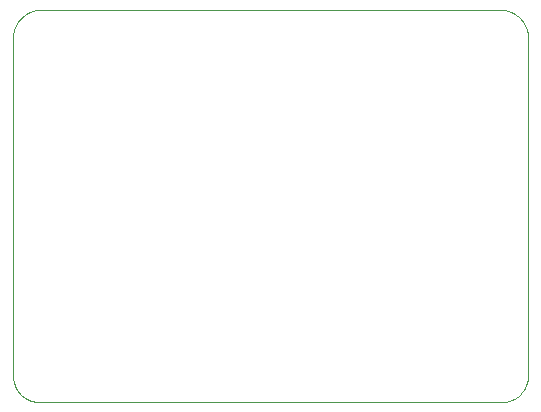
<source format=gko>
%FSLAX46Y46*%
%MOMM*%
%LPD*%
G01*
%ADD10C,0.050000*%
D10*
%LPD*%
%ADD11C,0.0305514*%
D11*
X0004275663Y0005930189D02*
G01*
X0004275663Y0005930189D01*
X0004275781Y0005899475D01*
X0004277194Y0005838493D01*
X0004280005Y0005778059D01*
X0004284197Y0005718186D01*
X0004289755Y0005658887D01*
X0004296662Y0005600177D01*
X0004304904Y0005542068D01*
X0004314464Y0005484574D01*
X0004325326Y0005427710D01*
X0004337475Y0005371487D01*
X0004350895Y0005315921D01*
X0004365570Y0005261024D01*
X0004381484Y0005206811D01*
X0004398621Y0005153294D01*
X0004416965Y0005100487D01*
X0004436501Y0005048404D01*
X0004457213Y0004997058D01*
X0004479085Y0004946463D01*
X0004502101Y0004896633D01*
X0004526245Y0004847581D01*
X0004551502Y0004799320D01*
X0004577856Y0004751865D01*
X0004605290Y0004705228D01*
X0004633789Y0004659424D01*
X0004663338Y0004614466D01*
X0004693920Y0004570367D01*
X0004725519Y0004527141D01*
X0004758120Y0004484801D01*
X0004791707Y0004443362D01*
X0004826265Y0004402836D01*
X0004861776Y0004363238D01*
X0004898226Y0004324580D01*
X0004935598Y0004286877D01*
X0004973877Y0004250142D01*
X0005013047Y0004214389D01*
X0005053092Y0004179630D01*
X0005093997Y0004145880D01*
X0005135745Y0004113153D01*
X0005178320Y0004081461D01*
X0005221708Y0004050818D01*
X0005265891Y0004021239D01*
X0005310854Y0003992736D01*
X0005356582Y0003965323D01*
X0005403058Y0003939013D01*
X0005450267Y0003913821D01*
X0005498193Y0003889759D01*
X0005546820Y0003866842D01*
X0005596132Y0003845083D01*
X0005646113Y0003824495D01*
X0005696748Y0003805092D01*
X0005748021Y0003786888D01*
X0005799916Y0003769896D01*
X0005852416Y0003754129D01*
X0005905507Y0003739602D01*
X0005959172Y0003726328D01*
X0006013396Y0003714320D01*
X0006068163Y0003703592D01*
X0006123456Y0003694157D01*
X0006179261Y0003686030D01*
X0006235561Y0003679223D01*
X0006292341Y0003673751D01*
X0006349584Y0003669626D01*
X0006407274Y0003666862D01*
X0006465397Y0003665474D01*
X0006494633Y0003665358D01*
X0045698791Y0003665358D01*
X0045698791Y0003665358D01*
X0045724748Y0003665474D01*
X0045776604Y0003666862D01*
X0045828368Y0003669626D01*
X0045880015Y0003673751D01*
X0045931524Y0003679223D01*
X0045982869Y0003686030D01*
X0046059558Y0003698549D01*
X0046160989Y0003720005D01*
X0046261343Y0003746554D01*
X0046360432Y0003778087D01*
X0046458068Y0003814496D01*
X0046554062Y0003855671D01*
X0046648226Y0003901506D01*
X0046740370Y0003951890D01*
X0046830306Y0004006716D01*
X0046917846Y0004065875D01*
X0047002801Y0004129259D01*
X0047084982Y0004196759D01*
X0047164200Y0004268266D01*
X0047240268Y0004343672D01*
X0047312996Y0004422869D01*
X0047382196Y0004505747D01*
X0047447679Y0004592199D01*
X0047509256Y0004682116D01*
X0047552631Y0004751865D01*
X0047580314Y0004799320D01*
X0047606914Y0004847581D01*
X0047632409Y0004896633D01*
X0047656773Y0004946463D01*
X0047679985Y0004997058D01*
X0047702020Y0005048404D01*
X0047722854Y0005100487D01*
X0047742465Y0005153294D01*
X0047760828Y0005206811D01*
X0047777920Y0005261024D01*
X0047793717Y0005315921D01*
X0047808196Y0005371487D01*
X0047821333Y0005427710D01*
X0047833105Y0005484574D01*
X0047843488Y0005542068D01*
X0047852459Y0005600177D01*
X0047859993Y0005658887D01*
X0047866067Y0005718186D01*
X0047870659Y0005778059D01*
X0047873743Y0005838493D01*
X0047875297Y0005899475D01*
X0047875428Y0005930189D01*
X0047875428Y0034501634D01*
X0047875428Y0034501634D01*
X0047875298Y0034532362D01*
X0047873752Y0034593501D01*
X0047870678Y0034654246D01*
X0047866095Y0034714577D01*
X0047860022Y0034774476D01*
X0047852477Y0034833925D01*
X0047843478Y0034892905D01*
X0047833045Y0034951397D01*
X0047821196Y0035009384D01*
X0047807949Y0035066845D01*
X0047793323Y0035123763D01*
X0047777336Y0035180119D01*
X0047760008Y0035235895D01*
X0047741356Y0035291071D01*
X0047721400Y0035345630D01*
X0047700157Y0035399553D01*
X0047677647Y0035452821D01*
X0047653888Y0035505415D01*
X0047628898Y0035557318D01*
X0047602696Y0035608511D01*
X0047575301Y0035658974D01*
X0047546732Y0035708690D01*
X0047517006Y0035757639D01*
X0047486142Y0035805804D01*
X0047454160Y0035853165D01*
X0047421077Y0035899705D01*
X0047386912Y0035945404D01*
X0047351684Y0035990244D01*
X0047315411Y0036034206D01*
X0047278112Y0036077272D01*
X0047239805Y0036119424D01*
X0047200509Y0036160642D01*
X0047160243Y0036200908D01*
X0047119025Y0036240204D01*
X0047076873Y0036278511D01*
X0047033807Y0036315810D01*
X0046989845Y0036352083D01*
X0046945005Y0036387311D01*
X0046899306Y0036421476D01*
X0046852766Y0036454559D01*
X0046805405Y0036486541D01*
X0046757240Y0036517405D01*
X0046708290Y0036547131D01*
X0046658575Y0036575700D01*
X0046608111Y0036603095D01*
X0046556919Y0036629297D01*
X0046505016Y0036654287D01*
X0046452422Y0036678046D01*
X0046399154Y0036700556D01*
X0046345231Y0036721799D01*
X0046290672Y0036741755D01*
X0046235495Y0036760407D01*
X0046179720Y0036777735D01*
X0046123364Y0036793722D01*
X0046066446Y0036808348D01*
X0046008984Y0036821595D01*
X0045950998Y0036833444D01*
X0045892506Y0036843877D01*
X0045833526Y0036852876D01*
X0045774077Y0036860421D01*
X0045714178Y0036866494D01*
X0045653847Y0036871077D01*
X0045593102Y0036874151D01*
X0045531963Y0036875697D01*
X0045501235Y0036875827D01*
X0006649855Y0036875827D01*
X0006649855Y0036875827D01*
X0006619210Y0036875697D01*
X0006558225Y0036874151D01*
X0006497626Y0036871077D01*
X0006437430Y0036866494D01*
X0006377657Y0036860421D01*
X0006318324Y0036852876D01*
X0006259452Y0036843877D01*
X0006201059Y0036833444D01*
X0006143163Y0036821595D01*
X0006085784Y0036808348D01*
X0006028940Y0036793722D01*
X0005972651Y0036777735D01*
X0005916934Y0036760407D01*
X0005861809Y0036741755D01*
X0005807294Y0036721799D01*
X0005753409Y0036700556D01*
X0005700172Y0036678046D01*
X0005647602Y0036654287D01*
X0005595718Y0036629297D01*
X0005544538Y0036603095D01*
X0005494082Y0036575700D01*
X0005444368Y0036547131D01*
X0005395415Y0036517405D01*
X0005347242Y0036486541D01*
X0005299868Y0036454559D01*
X0005253311Y0036421476D01*
X0005207590Y0036387311D01*
X0005162725Y0036352083D01*
X0005118733Y0036315810D01*
X0005075635Y0036278511D01*
X0005033448Y0036240204D01*
X0004992191Y0036200908D01*
X0004951883Y0036160642D01*
X0004912544Y0036119424D01*
X0004874191Y0036077272D01*
X0004836844Y0036034206D01*
X0004800521Y0035990244D01*
X0004765242Y0035945404D01*
X0004731024Y0035899705D01*
X0004697888Y0035853165D01*
X0004665851Y0035805804D01*
X0004634933Y0035757639D01*
X0004605152Y0035708690D01*
X0004576527Y0035658974D01*
X0004549077Y0035608511D01*
X0004522821Y0035557318D01*
X0004497778Y0035505415D01*
X0004473966Y0035452821D01*
X0004451404Y0035399553D01*
X0004430111Y0035345630D01*
X0004410106Y0035291071D01*
X0004391407Y0035235895D01*
X0004374034Y0035180119D01*
X0004358006Y0035123763D01*
X0004343340Y0035066845D01*
X0004330056Y0035009384D01*
X0004318173Y0034951397D01*
X0004307710Y0034892905D01*
X0004298685Y0034833925D01*
X0004291117Y0034774476D01*
X0004285025Y0034714577D01*
X0004280428Y0034654246D01*
X0004277344Y0034593501D01*
X0004275793Y0034532362D01*
X0004275663Y0034501634D01*
X0004275663Y0034501634D01*
X0004275663Y0005930189D01*
X0004275663Y0005930189D01*
X0004275663Y0005930189D01*
M02*

</source>
